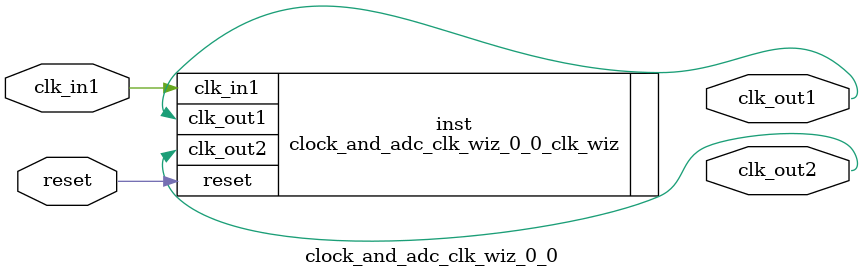
<source format=v>


`timescale 1ps/1ps

(* CORE_GENERATION_INFO = "clock_and_adc_clk_wiz_0_0,clk_wiz_v6_0_0_0,{component_name=clock_and_adc_clk_wiz_0_0,use_phase_alignment=true,use_min_o_jitter=false,use_max_i_jitter=false,use_dyn_phase_shift=false,use_inclk_switchover=false,use_dyn_reconfig=false,enable_axi=0,feedback_source=FDBK_AUTO,PRIMITIVE=MMCM,num_out_clk=2,clkin1_period=8.000,clkin2_period=10.0,use_power_down=false,use_reset=true,use_locked=false,use_inclk_stopped=false,feedback_type=SINGLE,CLOCK_MGR_TYPE=NA,manual_override=false}" *)

module clock_and_adc_clk_wiz_0_0 
 (
  // Clock out ports
  output        clk_out1,
  output        clk_out2,
  // Status and control signals
  input         reset,
 // Clock in ports
  input         clk_in1
 );

  clock_and_adc_clk_wiz_0_0_clk_wiz inst
  (
  // Clock out ports  
  .clk_out1(clk_out1),
  .clk_out2(clk_out2),
  // Status and control signals               
  .reset(reset), 
 // Clock in ports
  .clk_in1(clk_in1)
  );

endmodule

</source>
